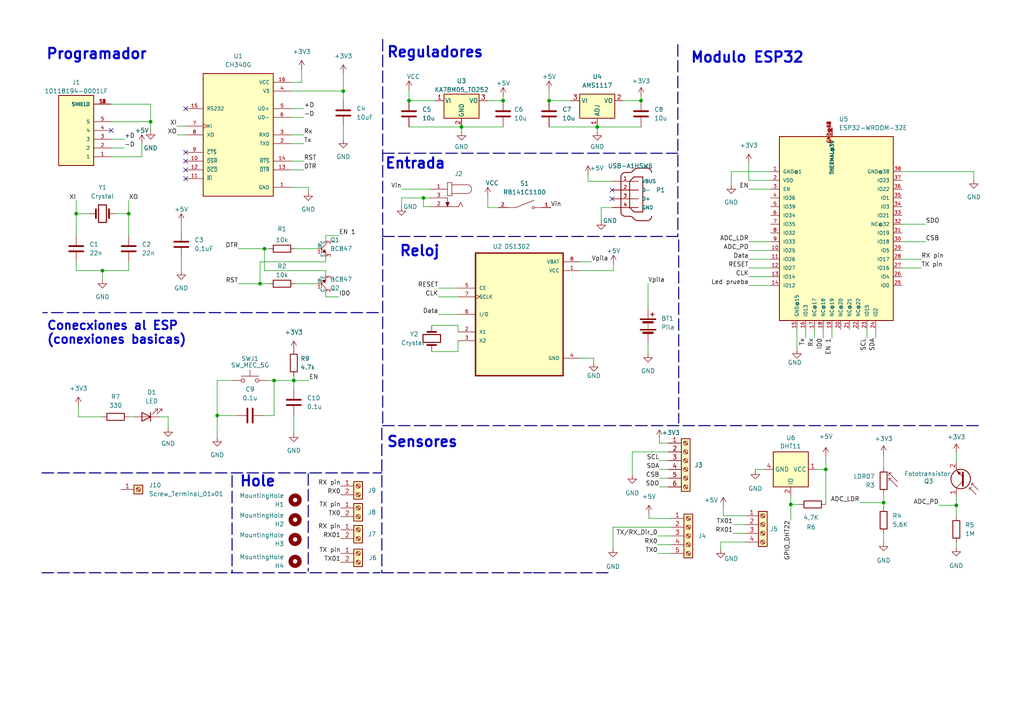
<source format=kicad_sch>
(kicad_sch (version 20230121) (generator eeschema)
  (paper "A4")
  (junction (at 75.438 82.296))
  (junction (at 239.522 136.144))
  (junction (at 43.688 35.306))
  (junction (at 85.217 110.363))
  (junction (at 29.718 78.486))
  (junction (at 173.228 36.83))
  (junction (at 145.923 29.21))
  (junction (at 185.928 29.21))
  (junction (at 133.858 36.83))
  (junction (at 229.362 146.304))
  (junction (at 159.258 29.21))
  (junction (at 76.708 72.136))
  (junction (at 122.809 57.404))
  (junction (at 99.568 26.416))
  (junction (at 22.098 61.976))
  (junction (at 37.338 61.976))
  (junction (at 277.368 146.558))
  (junction (at 62.992 120.523))
  (junction (at 118.618 29.21))
  (junction (at 79.502 110.363))
  (junction (at 256.286 145.796))
  (no_connect (at 53.848 51.816))
  (no_connect (at 53.848 44.196))
  (no_connect (at 53.848 46.736))
  (no_connect (at 53.848 49.276))
  (no_connect (at 177.546 57.658))
  (no_connect (at 177.546 55.118))
  (no_connect (at 53.848 31.496))
  (no_connect (at 32.258 37.846))
  (wire (pts (xy 159.258 36.83) (xy 173.228 36.83)))
  (wire (pts (xy 22.098 61.976) (xy 25.908 61.976)))
  (wire (pts (xy 62.992 110.363) (xy 67.437 110.363)))
  (wire (pts (xy 99.568 21.336) (xy 99.568 26.416)))
  (wire (pts (xy 217.17 82.804) (xy 223.52 82.804)))
  (wire (pts (xy 236.22 98.044) (xy 236.22 95.504)))
  (wire (pts (xy 185.928 27.94) (xy 185.928 29.21)))
  (wire (pts (xy 268.478 70.104) (xy 261.62 70.104)))
  (wire (pts (xy 127.127 86.106) (xy 132.842 86.106)))
  (wire (pts (xy 256.286 145.796) (xy 256.286 147.066)))
  (wire (pts (xy 233.68 98.044) (xy 233.68 95.504)))
  (wire (pts (xy 33.528 61.976) (xy 37.338 61.976)))
  (wire (pts (xy 209.804 146.812) (xy 209.804 149.606)))
  (wire (pts (xy 32.258 30.226) (xy 43.688 30.226)))
  (wire (pts (xy 88.138 49.276) (xy 84.328 49.276)))
  (wire (pts (xy 219.075 136.144) (xy 219.075 136.3726)))
  (wire (pts (xy 170.561 52.578) (xy 177.546 52.578)))
  (wire (pts (xy 145.923 27.94) (xy 145.923 29.21)))
  (wire (pts (xy 191.262 141.224) (xy 193.802 141.224)))
  (wire (pts (xy 75.438 82.296) (xy 77.978 82.296)))
  (wire (pts (xy 94.488 78.486) (xy 94.488 79.756)))
  (wire (pts (xy 88.138 34.036) (xy 84.328 34.036)))
  (wire (pts (xy 187.96 82.169) (xy 187.96 89.154)))
  (wire (pts (xy 173.228 36.83) (xy 173.228 38.1)))
  (wire (pts (xy 116.459 57.404) (xy 122.809 57.404)))
  (wire (pts (xy 190.754 155.448) (xy 194.564 155.448)))
  (wire (pts (xy 22.733 120.904) (xy 29.718 120.904)))
  (wire (pts (xy 261.62 65.024) (xy 268.478 65.024)))
  (bus (pts (xy 89.408 137.414) (xy 89.408 165.608)) (stroke (width 0) (type dash)))
  (wire (pts (xy 85.598 72.136) (xy 91.948 72.136)))
  (wire (pts (xy 36.068 40.386) (xy 32.258 40.386)))
  (wire (pts (xy 212.598 154.686) (xy 216.154 154.686)))
  (wire (pts (xy 99.568 40.386) (xy 99.568 36.576)))
  (wire (pts (xy 85.598 82.296) (xy 91.948 82.296)))
  (wire (pts (xy 173.228 36.83) (xy 185.928 36.83)))
  (bus (pts (xy 110.744 166.116) (xy 154.178 166.116)) (stroke (width 0) (type dash)))
  (wire (pts (xy 94.488 74.676) (xy 94.488 75.946)))
  (wire (pts (xy 212.09 49.784) (xy 223.52 49.784)))
  (bus (pts (xy 12.192 166.116) (xy 110.236 166.116)) (stroke (width 0) (type dash)))
  (bus (pts (xy 196.596 44.958) (xy 196.596 68.58)) (stroke (width 0) (type dash)))
  (wire (pts (xy 212.598 152.146) (xy 216.154 152.146)))
  (wire (pts (xy 62.992 120.523) (xy 68.707 120.523)))
  (wire (pts (xy 88.138 31.496) (xy 84.328 31.496)))
  (wire (pts (xy 116.459 54.864) (xy 124.714 54.864)))
  (wire (pts (xy 87.503 23.876) (xy 87.503 20.066)))
  (wire (pts (xy 118.618 29.21) (xy 126.238 29.21)))
  (wire (pts (xy 180.848 29.21) (xy 185.928 29.21)))
  (wire (pts (xy 251.46 98.044) (xy 251.46 95.504)))
  (wire (pts (xy 76.708 78.486) (xy 76.708 72.136)))
  (wire (pts (xy 133.858 36.83) (xy 133.858 38.1)))
  (wire (pts (xy 84.328 26.416) (xy 99.568 26.416)))
  (wire (pts (xy 217.17 52.324) (xy 223.52 52.324)))
  (wire (pts (xy 217.17 77.724) (xy 223.52 77.724)))
  (wire (pts (xy 209.042 157.226) (xy 216.154 157.226)))
  (wire (pts (xy 171.577 75.946) (xy 168.402 75.946)))
  (wire (pts (xy 229.362 146.304) (xy 229.362 150.876)))
  (bus (pts (xy 110.998 11.43) (xy 110.998 68.58)) (stroke (width 0) (type dash)))
  (wire (pts (xy 132.842 96.266) (xy 132.842 94.361)))
  (wire (pts (xy 85.217 110.363) (xy 85.217 112.903)))
  (wire (pts (xy 22.098 58.166) (xy 22.098 61.976)))
  (wire (pts (xy 183.388 131.064) (xy 193.802 131.064)))
  (wire (pts (xy 217.17 72.644) (xy 223.52 72.644)))
  (wire (pts (xy 261.62 49.784) (xy 282.448 49.784)))
  (wire (pts (xy 132.842 94.361) (xy 125.222 94.361)))
  (wire (pts (xy 241.3 98.044) (xy 241.3 95.504)))
  (wire (pts (xy 75.438 75.946) (xy 75.438 82.296)))
  (wire (pts (xy 52.578 74.676) (xy 52.578 78.486)))
  (wire (pts (xy 236.982 136.144) (xy 239.522 136.144)))
  (wire (pts (xy 188.214 150.368) (xy 194.564 150.368)))
  (wire (pts (xy 141.478 29.21) (xy 145.923 29.21)))
  (wire (pts (xy 94.488 68.326) (xy 98.298 68.326)))
  (wire (pts (xy 127.127 91.186) (xy 132.842 91.186)))
  (wire (pts (xy 159.258 26.035) (xy 159.258 29.21)))
  (wire (pts (xy 94.488 69.596) (xy 94.488 68.326)))
  (wire (pts (xy 118.618 36.83) (xy 133.858 36.83)))
  (wire (pts (xy 239.522 132.334) (xy 239.522 136.144)))
  (wire (pts (xy 88.138 46.736) (xy 84.328 46.736)))
  (bus (pts (xy 12.192 137.16) (xy 110.744 137.16)) (stroke (width 0) (type dash)))
  (wire (pts (xy 191.262 136.144) (xy 193.802 136.144)))
  (wire (pts (xy 43.688 30.226) (xy 43.688 35.306)))
  (wire (pts (xy 256.286 131.826) (xy 256.286 135.636)))
  (wire (pts (xy 191.262 138.684) (xy 193.802 138.684)))
  (wire (pts (xy 212.09 53.594) (xy 212.09 49.784)))
  (wire (pts (xy 272.288 146.558) (xy 277.368 146.558)))
  (wire (pts (xy 239.522 146.304) (xy 239.522 136.144)))
  (wire (pts (xy 48.768 120.904) (xy 48.768 124.079)))
  (wire (pts (xy 22.733 117.729) (xy 22.733 120.904)))
  (wire (pts (xy 69.088 72.136) (xy 76.708 72.136)))
  (wire (pts (xy 174.371 60.198) (xy 174.371 64.008)))
  (wire (pts (xy 46.228 120.904) (xy 48.768 120.904)))
  (wire (pts (xy 256.286 154.686) (xy 256.286 157.226)))
  (wire (pts (xy 22.098 61.976) (xy 22.098 68.326)))
  (bus (pts (xy 110.998 68.58) (xy 196.596 68.58)) (stroke (width 0) (type dash)))
  (wire (pts (xy 190.754 157.988) (xy 194.564 157.988)))
  (wire (pts (xy 116.459 59.944) (xy 116.459 57.404)))
  (wire (pts (xy 84.328 54.356) (xy 89.408 54.356)))
  (bus (pts (xy 110.998 69.088) (xy 110.998 123.444)) (stroke (width 0) (type dash)))
  (wire (pts (xy 37.338 75.946) (xy 37.338 78.486)))
  (wire (pts (xy 249.301 145.796) (xy 256.286 145.796)))
  (wire (pts (xy 32.258 45.466) (xy 41.148 45.466)))
  (wire (pts (xy 22.098 78.486) (xy 29.718 78.486)))
  (bus (pts (xy 196.85 69.596) (xy 196.85 122.682)) (stroke (width 0) (type dash)))
  (wire (pts (xy 217.17 47.244) (xy 217.17 52.324)))
  (wire (pts (xy 51.308 36.576) (xy 53.848 36.576)))
  (wire (pts (xy 36.068 42.926) (xy 32.258 42.926)))
  (wire (pts (xy 88.138 41.656) (xy 84.328 41.656)))
  (wire (pts (xy 37.338 61.976) (xy 37.338 68.326)))
  (wire (pts (xy 231.14 95.504) (xy 231.14 101.346)))
  (wire (pts (xy 32.258 35.306) (xy 43.688 35.306)))
  (wire (pts (xy 238.76 98.044) (xy 238.76 95.504)))
  (wire (pts (xy 187.96 99.314) (xy 187.96 102.489)))
  (wire (pts (xy 94.488 78.486) (xy 76.708 78.486)))
  (wire (pts (xy 277.368 157.353) (xy 277.368 158.75)))
  (wire (pts (xy 267.208 75.184) (xy 261.62 75.184)))
  (wire (pts (xy 76.708 72.136) (xy 77.978 72.136)))
  (wire (pts (xy 177.546 60.198) (xy 174.371 60.198)))
  (wire (pts (xy 217.17 75.184) (xy 223.52 75.184)))
  (wire (pts (xy 62.992 120.523) (xy 62.992 126.873)))
  (wire (pts (xy 99.568 26.416) (xy 99.568 28.956)))
  (bus (pts (xy 110.744 124.206) (xy 110.744 166.116)) (stroke (width 0) (type dash)))
  (wire (pts (xy 190.754 160.528) (xy 194.564 160.528)))
  (wire (pts (xy 85.217 109.093) (xy 85.217 110.363)))
  (bus (pts (xy 154.686 166.116) (xy 177.038 166.116)) (stroke (width 0) (type dash)))
  (wire (pts (xy 277.368 146.558) (xy 277.368 149.733)))
  (wire (pts (xy 118.618 26.035) (xy 118.618 29.21)))
  (wire (pts (xy 88.138 39.116) (xy 84.328 39.116)))
  (bus (pts (xy 110.998 44.45) (xy 196.596 44.45)) (stroke (width 0) (type dash)))
  (wire (pts (xy 177.8 152.908) (xy 194.564 152.908)))
  (wire (pts (xy 188.214 149.098) (xy 188.214 150.368)))
  (wire (pts (xy 62.992 120.523) (xy 62.992 110.363)))
  (wire (pts (xy 52.578 64.516) (xy 52.578 67.056)))
  (wire (pts (xy 177.8 152.908) (xy 177.8 159.004)))
  (bus (pts (xy 196.596 12.954) (xy 196.596 44.45)) (stroke (width 0) (type dash)))
  (wire (pts (xy 209.804 149.606) (xy 216.154 149.606)))
  (wire (pts (xy 79.502 110.363) (xy 79.502 120.523)))
  (wire (pts (xy 76.327 120.523) (xy 79.502 120.523)))
  (wire (pts (xy 84.328 23.876) (xy 87.503 23.876)))
  (wire (pts (xy 122.809 57.404) (xy 124.714 57.404)))
  (wire (pts (xy 256.286 143.256) (xy 256.286 145.796)))
  (wire (pts (xy 183.388 131.064) (xy 183.388 137.668)))
  (wire (pts (xy 43.688 35.306) (xy 43.688 37.846)))
  (wire (pts (xy 37.338 120.904) (xy 38.608 120.904)))
  (wire (pts (xy 170.561 50.673) (xy 170.561 52.578)))
  (wire (pts (xy 217.17 80.264) (xy 223.52 80.264)))
  (wire (pts (xy 159.258 29.21) (xy 165.608 29.21)))
  (wire (pts (xy 168.402 78.486) (xy 177.927 78.486)))
  (wire (pts (xy 282.448 49.784) (xy 282.448 52.07)))
  (bus (pts (xy 67.31 137.922) (xy 67.31 166.116)) (stroke (width 0) (type dash)))
  (wire (pts (xy 229.362 146.304) (xy 229.362 143.764)))
  (wire (pts (xy 267.208 77.724) (xy 261.62 77.724)))
  (wire (pts (xy 277.368 131.318) (xy 277.368 133.858)))
  (wire (pts (xy 133.858 36.83) (xy 145.923 36.83)))
  (wire (pts (xy 277.368 144.018) (xy 277.368 146.558)))
  (wire (pts (xy 191.262 128.524) (xy 191.262 127.254)))
  (wire (pts (xy 254 98.044) (xy 254 95.504)))
  (wire (pts (xy 141.478 60.198) (xy 141.478 56.896)))
  (wire (pts (xy 69.088 82.296) (xy 75.438 82.296)))
  (wire (pts (xy 79.502 110.363) (xy 85.217 110.363)))
  (wire (pts (xy 94.488 75.946) (xy 75.438 75.946)))
  (wire (pts (xy 41.148 45.466) (xy 41.148 41.656)))
  (wire (pts (xy 177.927 78.486) (xy 177.927 76.581)))
  (wire (pts (xy 193.802 128.524) (xy 191.262 128.524)))
  (wire (pts (xy 85.217 120.523) (xy 85.217 125.603)))
  (wire (pts (xy 132.842 98.806) (xy 132.842 101.981)))
  (bus (pts (xy 110.998 123.444) (xy 154.178 123.444)) (stroke (width 0) (type dash)))
  (wire (pts (xy 37.338 61.976) (xy 37.338 58.166)))
  (wire (pts (xy 229.362 146.304) (xy 231.902 146.304)))
  (wire (pts (xy 191.262 133.604) (xy 193.802 133.604)))
  (wire (pts (xy 89.408 54.356) (xy 89.408 55.626)))
  (wire (pts (xy 98.298 86.106) (xy 94.488 86.106)))
  (wire (pts (xy 51.308 39.116) (xy 53.848 39.116)))
  (wire (pts (xy 127.127 83.566) (xy 132.842 83.566)))
  (wire (pts (xy 132.842 101.981) (xy 125.222 101.981)))
  (bus (pts (xy 283.718 123.444) (xy 154.432 123.444)) (stroke (width 0) (type dash)))
  (wire (pts (xy 172.212 103.886) (xy 172.212 105.156)))
  (wire (pts (xy 22.098 75.946) (xy 22.098 78.486)))
  (wire (pts (xy 217.17 70.104) (xy 223.52 70.104)))
  (wire (pts (xy 85.217 110.363) (xy 89.662 110.363)))
  (wire (pts (xy 124.714 59.944) (xy 122.809 59.944)))
  (wire (pts (xy 122.809 59.944) (xy 122.809 57.404)))
  (wire (pts (xy 144.526 60.198) (xy 141.478 60.198)))
  (wire (pts (xy 77.597 110.363) (xy 79.502 110.363)))
  (wire (pts (xy 209.042 159.258) (xy 209.042 157.226)))
  (wire (pts (xy 217.17 54.864) (xy 223.52 54.864)))
  (wire (pts (xy 168.402 103.886) (xy 172.212 103.886)))
  (bus (pts (xy 109.728 90.678) (xy 12.446 90.678)) (stroke (width 0) (type dash)))
  (wire (pts (xy 219.075 136.144) (xy 221.742 136.144)))
  (wire (pts (xy 29.718 78.486) (xy 29.718 81.026)))
  (wire (pts (xy 37.338 78.486) (xy 29.718 78.486)))
  (wire (pts (xy 94.488 86.106) (xy 94.488 84.836)))
  (text "Conecxiones al ESP \n(conexiones basicas)" (at 13.462 100.076 0) (effects (font (size 2.5 2.5) bold) (justify left bottom)))
  (text "Reloj" (at 115.697 74.676 0) (effects (font (size 3 3) (thickness 0.6) bold) (justify left bottom)))
  (text "Reguladores" (at 112.014 17.018 0) (effects (font (size 3 3) (thickness 0.6) bold) (justify left bottom)))
  (text "Sensores" (at 112.014 130.048 0) (effects (font (size 3 3) (thickness 0.6) bold) (justify left bottom)))
  (text "Hole\n" (at 69.342 141.478 0) (effects (font (size 3 3) (thickness 0.6) bold) (justify left bottom)))
  (text "Modulo ESP32" (at 200.152 18.542 0) (effects (font (size 3 3) bold) (justify left bottom)))
  (text "Programador " (at 13.208 17.526 0) (effects (font (size 3 3) (thickness 0.6) bold) (justify left bottom)))
  (text "Entrada" (at 111.506 49.276 0) (effects (font (size 3 3) (thickness 0.6) bold) (justify left bottom)))
  (label "ADC_LDR" (at 249.301 145.796 180))
  (label "EN" (at 89.662 110.363 0))
  (label "+D" (at 36.068 40.386 0))
  (label "CSB" (at 191.262 138.684 180))
  (label "EN" (at 217.17 54.864 180))
  (label "Tx" (at 233.68 98.044 270))
  (label "EN 1" (at 241.3 98.044 270))
  (label "EN 1" (at 98.298 68.326 0))
  (label "DTR" (at 88.138 49.276 0))
  (label "SDA" (at 254 98.044 270))
  (label "RX pin" (at 98.806 140.97 180))
  (label "XI" (at 22.098 58.166 180))
  (label "Data" (at 127.127 91.186 180))
  (label "Tx" (at 88.138 41.656 0))
  (label "CLK" (at 127.127 86.106 180))
  (label "RESET" (at 127.127 83.566 180))
  (label "DTR" (at 69.088 72.136 180))
  (label "RESET" (at 217.17 77.724 180))
  (label "+D" (at 88.138 31.496 0))
  (label "-D" (at 88.138 34.036 0))
  (label "Rx" (at 88.138 39.116 0))
  (label "SCL" (at 191.262 133.604 180))
  (label "CLK" (at 217.17 80.264 180))
  (label "ADC_PD" (at 272.288 146.558 180))
  (label "SCL" (at 251.46 98.044 270))
  (label "TX0" (at 190.754 160.528 180))
  (label "TX01" (at 98.806 163.068 180))
  (label "RX01" (at 98.806 156.21 180))
  (label "RX0" (at 190.754 157.988 180))
  (label "SDO" (at 191.262 141.224 180))
  (label "RST" (at 69.088 82.296 180))
  (label "GPIO_DHT22" (at 229.362 150.876 270))
  (label "RX01" (at 212.598 154.686 180))
  (label "TX{slash}RX_Dir_0" (at 190.754 155.448 180))
  (label "RX pin" (at 267.208 75.184 0))
  (label "ADC_PD" (at 217.17 72.644 180))
  (label "RX0" (at 98.806 143.51 180))
  (label "TX pin" (at 98.806 160.528 180))
  (label "XO" (at 37.338 58.166 0))
  (label "Vpila" (at 171.577 75.946 0))
  (label "ID0" (at 98.298 86.106 0))
  (label "Vin" (at 116.459 54.864 180))
  (label "Data" (at 217.17 75.184 180))
  (label "TX0" (at 98.806 149.86 180))
  (label "Vin" (at 159.766 60.198 0))
  (label "TX pin" (at 267.208 77.724 0))
  (label "ID0" (at 238.76 98.044 270))
  (label "TX pin" (at 98.806 147.32 180))
  (label "ADC_LDR" (at 217.17 70.104 180))
  (label "CSB" (at 268.478 70.104 0))
  (label "SDO" (at 268.478 65.024 0))
  (label "Rx" (at 236.22 98.044 270))
  (label "XO" (at 51.308 39.116 180))
  (label "Led prueba" (at 217.17 82.804 180))
  (label "TX01" (at 212.598 152.146 180))
  (label "XI" (at 51.308 36.576 180))
  (label "SDA" (at 191.262 136.144 180))
  (label "RX pin" (at 98.806 153.67 180))
  (label "Vpila" (at 187.96 82.169 0))
  (label "-D" (at 36.068 42.926 0))
  (label "RST" (at 88.138 46.736 0))
  (symbol (lib_id "Device:C") (at 22.098 72.136 0) (unit 1)
    (property "Reference" "C1" (at 25.908 70.866 0) (effects (justify left)))
    (property "Value" "22n" (at 25.908 73.406 0) (effects (justify left)))
    (property "Footprint" "Capacitor_SMD:C_1206_3216Metric" (effects hide))
  )
  (symbol (lib_id "Connector:Screw_Terminal_01x02") (at 103.886 147.32 0) (unit 1)
    (property "Reference" "J8" (at 106.68 148.59 0) (effects (justify left)))
    (property "Value" "Screw_Terminal_01x02" (effects hide))
    (property "Footprint" "Connector_PinSocket_2.54mm:PinSocket_1x02_P2.54mm_Vertical" (effects hide))
  )
  (symbol (lib_id "Device:R") (at 277.368 153.543 0) (unit 1)
    (property "Reference" "R5" (at 279.908 152.273 0) (effects (justify left)))
    (property "Value" "1M" (at 279.908 154.813 0) (effects (justify left)))
    (property "Footprint" "Resistor_SMD:R_1210_3225Metric" (effects hide))
  )
  (symbol (lib_id "Device:C") (at 159.258 33.02 0) (unit 1)
    (property "Reference" "C7" (at 163.068 31.75 0) (effects (justify left)))
    (property "Value" "10u" (at 163.068 34.29 0) (effects (justify left)))
    (property "Footprint" "Capacitor_SMD:C_1206_3216Metric" (effects hide))
  )
  (symbol (lib_id "Device:R") (at 81.788 82.296 270) (unit 1)
    (property "Reference" "R2" (at 81.788 77.216 90))
    (property "Value" "10k" (at 81.788 79.756 90))
    (property "Footprint" "Resistor_SMD:R_1210_3225Metric" (effects hide))
  )
  (symbol (lib_id "Connector:Screw_Terminal_01x02") (at 103.886 140.97 0) (unit 1)
    (property "Reference" "J9" (at 106.68 142.24 0) (effects (justify left)))
    (property "Value" "Screw_Terminal_01x02" (effects hide))
    (property "Footprint" "Connector_PinSocket_2.54mm:PinSocket_1x02_P2.54mm_Vertical" (effects hide))
  )
  (symbol (lib_id "power:GND") (at 231.14 101.346 0) (unit 1)
    (property "Reference" "#PWR025" (effects hide))
    (property "Value" "GND" (at 230.505 105.156 0))
  )
  (symbol (lib_id "Sensor_Optical:TEPT4400") (at 279.908 138.938 180) (unit 1)
    (property "Reference" "Q3" (at 267.97 139.573 0) (effects (justify right)))
    (property "Value" "Fototransistor" (at 262.255 137.414 0) (effects (justify right)))
    (property "Footprint" "Connector_PinHeader_2.54mm:PinHeader_1x02_P2.54mm_Vertical" (effects hide))
    (property "Datasheet" "https://www.vishay.com/docs/81341/tept4400.pdf" (effects hide))
  )
  (symbol (lib_id "Device:C") (at 72.517 120.523 90) (unit 1)
    (property "Reference" "C9" (at 72.517 112.903 90))
    (property "Value" "0.1u" (at 72.517 115.443 90))
    (property "Footprint" "Capacitor_SMD:C_1206_3216Metric" (effects hide))
  )
  (symbol (lib_id "power:GND") (at 133.858 38.1 0) (unit 1)
    (property "Reference" "#PWR014" (effects hide))
    (property "Value" "GND" (at 133.858 42.545 0))
  )
  (symbol (lib_id "power:+5V") (at 239.522 132.334 0) (unit 1)
    (property "Reference" "#PWR036" (effects hide))
    (property "Value" "+5V" (at 239.522 126.619 0))
  )
  (symbol (lib_id "power:VCC") (at 141.478 56.896 0) (unit 1)
    (property "Reference" "#PWR020" (effects hide))
    (property "Value" "VCC" (at 142.748 53.086 0))
  )
  (symbol (lib_id "power:GND") (at 89.408 55.626 0) (unit 1)
    (property "Reference" "#PWR07" (effects hide))
    (property "Value" "GND" (at 89.408 60.706 0))
  )
  (symbol (lib_id "Connector:Screw_Terminal_01x04") (at 221.234 152.146 0) (unit 1)
    (property "Reference" "J5" (at 223.266 153.416 0) (effects (justify left)))
    (property "Value" "Screw_Terminal_01x04" (effects hide))
    (property "Footprint" "Connector_PinHeader_2.54mm:PinHeader_1x04_P2.54mm_Vertical" (effects hide))
  )
  (symbol (lib_id "power:GND") (at 219.075 136.3726 0) (unit 1)
    (property "Reference" "#PWR027" (effects hide))
    (property "Value" "GND" (at 219.075 141.7066 0))
  )
  (symbol (lib_id "power:GND") (at 282.448 52.07 0) (unit 1)
    (property "Reference" "#PWR026" (effects hide))
    (property "Value" "GND" (at 282.448 57.15 0))
  )
  (symbol (lib_id "Device:R") (at 85.217 105.283 180) (unit 1)
    (property "Reference" "R9" (at 87.122 104.013 0) (effects (justify right)))
    (property "Value" "4.7k" (at 87.122 106.553 0) (effects (justify right)))
    (property "Footprint" "Resistor_SMD:R_1210_3225Metric" (effects hide))
  )
  (symbol (lib_id "power:GND") (at 173.228 38.1 0) (unit 1)
    (property "Reference" "#PWR017" (effects hide))
    (property "Value" "GND" (at 173.228 42.545 0))
  )
  (symbol (lib_id "power:GND") (at 52.578 78.486 0) (unit 1)
    (property "Reference" "#PWR05" (effects hide))
    (property "Value" "GND" (at 52.578 83.566 0))
  )
  (symbol (lib_id "Device:R") (at 235.712 146.304 90) (unit 1)
    (property "Reference" "R6" (at 236.601 152.908 90) (effects (justify left)))
    (property "Value" "4,7K" (at 237.49 150.114 90) (effects (justify left)))
    (property "Footprint" "Resistor_SMD:R_1210_3225Metric" (effects hide))
  )
  (symbol (lib_id "power:+3V3") (at 85.217 101.473 0) (unit 1)
    (property "Reference" "#PWR041" (effects hide))
    (property "Value" "+3V3" (at 85.217 96.393 0))
  )
  (symbol (lib_id "Device:R") (at 256.286 150.876 0) (unit 1)
    (property "Reference" "R4" (at 258.826 149.6059 0) (effects (justify left)))
    (property "Value" "5,6K" (at 258.826 152.1459 0) (effects (justify left)))
    (property "Footprint" "Resistor_SMD:R_1210_3225Metric" (effects hide))
  )
  (symbol (lib_id "EESTN5:BC847") (at 93.218 82.296 0) (mirror x) (unit 1)
    (property "Reference" "Q2" (at 95.758 83.566 0) (effects (justify left)))
    (property "Value" "BC847" (at 95.758 81.026 0) (effects (justify left)))
    (property "Footprint" "Package_TO_SOT_SMD:SOT-23-3" (effects hide))
    (property "Datasheet" "http://cache.nxp.com/documents/data_sheet/BC846_SER.pdf?pspll=1" (effects hide))
  )
  (symbol (lib_id "Connector:Screw_Terminal_01x01") (at 40.132 141.986 0) (unit 1)
    (property "Reference" "J10" (at 43.18 140.716 0) (effects (justify left)))
    (property "Value" "Screw_Terminal_01x01" (at 43.18 143.256 0) (effects (justify left)))
    (property "Footprint" "Connector_PinHeader_2.54mm:PinHeader_1x01_P2.54mm_Vertical" (effects hide))
  )
  (symbol (lib_id "Device:C") (at 99.568 32.766 0) (unit 1)
    (property "Reference" "C4" (at 103.378 31.496 0) (effects (justify left)))
    (property "Value" "10uF" (at 103.378 34.036 0) (effects (justify left)))
    (property "Footprint" "Capacitor_SMD:C_1206_3216Metric" (effects hide))
  )
  (symbol (lib_name "GND_1") (lib_id "power:GND") (at 116.459 59.944 0) (unit 1)
    (property "Reference" "#PWR019" (effects hide))
    (property "Value" "GND" (at 118.999 59.944 0))
  )
  (symbol (lib_id "power:GND") (at 177.8 159.004 0) (unit 1)
    (property "Reference" "#PWR033" (effects hide))
    (property "Value" "GND" (at 177.8 164.338 0))
  )
  (symbol (lib_id "Device:Battery") (at 187.96 94.234 0) (unit 1)
    (property "Reference" "BT1" (at 191.77 92.3925 0) (effects (justify left)))
    (property "Value" "Pila" (at 191.77 94.9325 0) (effects (justify left)))
    (property "Footprint" "Battery:BatteryHolder_Keystone_105_1x2430" (effects hide))
  )
  (symbol (lib_id "DS1302:DS1302") (at 150.622 91.186 0) (unit 1)
    (property "Reference" "U2" (at 144.272 71.501 0))
    (property "Value" "DS1302" (at 149.987 71.501 0))
    (property "Footprint" "ds1302:DIP794W47P254L991H457Q8" (effects hide))
    (property "MF" "Analog Devices" (effects hide))
    (property "Description" "\nReloj de tiempo real (RTC) Reloj/calendario IC 31B Serie de 3 cables 8-SOIC (0,154, 3,90 mm de ancho)\n" (effects hide))
    (property "Package" "DIP-8 Maxim Integrated" (effects hide))
    (property "Price" "None" (effects hide))
    (property "SnapEDA_Link" "https://www.snapeda.com/parts/DS1302/Analog+Devices/view-part/?ref=snap" (effects hide))
    (property "MP" "DS1302" (effects hide))
    (property "Purchase-URL" "https://www.snapeda.com/api/url_track_click_mouser/?unipart_id=999744&manufacturer=Analog Devices&part_name=DS1302&search_term=ds1302" (effects hide))
    (property "Availability" "In Stock" (effects hide))
    (property "Check_prices" "https://www.snapeda.com/parts/DS1302/Analog+Devices/view-part/?ref=eda" (effects hide))
  )
  (symbol (lib_id "Device:C") (at 118.618 33.02 0) (unit 1)
    (property "Reference" "C5" (at 122.428 31.75 0) (effects (justify left)))
    (property "Value" "10u" (at 122.428 34.29 0) (effects (justify left)))
    (property "Footprint" "Capacitor_SMD:C_1206_3216Metric" (effects hide))
  )
  (symbol (lib_id "power:GND") (at 212.09 53.594 0) (unit 1)
    (property "Reference" "#PWR023" (effects hide))
    (property "Value" "GND" (at 212.09 58.674 0))
  )
  (symbol (lib_id "Mechanical:MountingHole") (at 85.598 162.814 180) (unit 1)
    (property "Reference" "H4" (at 82.423 164.084 0) (effects (justify left)))
    (property "Value" "MountingHole" (at 82.423 161.544 0) (effects (justify left)))
    (property "Footprint" "MountingHole:MountingHole_3.2mm_M3" (effects hide))
  )
  (symbol (lib_id "Device:C") (at 37.338 72.136 0) (unit 1)
    (property "Reference" "C2" (at 41.148 70.866 0) (effects (justify left)))
    (property "Value" "22n" (at 41.148 73.406 0) (effects (justify left)))
    (property "Footprint" "Capacitor_SMD:C_1206_3216Metric" (effects hide))
  )
  (symbol (lib_id "power:+5V") (at 41.148 41.656 0) (unit 1)
    (property "Reference" "#PWR02" (effects hide))
    (property "Value" "+5V" (at 41.148 37.846 0))
  )
  (symbol (lib_id "power:GND") (at 43.688 37.846 0) (unit 1)
    (property "Reference" "#PWR03" (effects hide))
    (property "Value" "GND" (at 43.688 42.926 0))
  )
  (symbol (lib_id "power:+5V") (at 170.561 50.673 0) (unit 1)
    (property "Reference" "#PWR021" (effects hide))
    (property "Value" "+5V" (at 173.101 48.768 0))
  )
  (symbol (lib_id "power:+3.3V") (at 191.262 127.254 0) (unit 1)
    (property "Reference" "#PWR029" (effects hide))
    (property "Value" "+3.3V" (at 194.564 125.476 0))
  )
  (symbol (lib_id "Connector:Screw_Terminal_01x02") (at 103.886 153.67 0) (unit 1)
    (property "Reference" "J7" (at 106.68 154.94 0) (effects (justify left)))
    (property "Value" "Screw_Terminal_01x02" (effects hide))
    (property "Footprint" "Connector_PinSocket_2.54mm:PinSocket_1x02_P2.54mm_Vertical" (effects hide))
  )
  (symbol (lib_name "GND_1") (lib_id "power:GND") (at 187.96 102.489 0) (unit 1)
    (property "Reference" "#PWR012" (effects hide))
    (property "Value" "GND" (at 187.96 107.569 0))
  )
  (symbol (lib_id "power:+3V3") (at 22.733 117.729 0) (unit 1)
    (property "Reference" "#PWR037" (effects hide))
    (property "Value" "+3V3" (at 22.733 112.649 0))
  )
  (symbol (lib_id "Regulator_Linear:AMS1117") (at 173.228 29.21 0) (unit 1)
    (property "Reference" "U4" (at 173.228 22.225 0))
    (property "Value" "AMS1117" (at 173.228 24.765 0))
    (property "Footprint" "Package_TO_SOT_SMD:SOT-223-3_TabPin2" (effects hide))
    (property "Datasheet" "http://www.advanced-monolithic.com/pdf/ds1117.pdf" (effects hide))
  )
  (symbol (lib_id "EESTN5:BC847") (at 93.218 72.136 0) (unit 1)
    (property "Reference" "Q1" (at 95.758 69.596 0) (effects (justify left)))
    (property "Value" "BC847" (at 95.758 72.136 0) (effects (justify left)))
    (property "Footprint" "Package_TO_SOT_SMD:SOT-23-3" (effects hide))
    (property "Datasheet" "http://cache.nxp.com/documents/data_sheet/BC846_SER.pdf?pspll=1" (effects hide))
  )
  (symbol (lib_id "power:GND") (at 29.718 81.026 0) (unit 1)
    (property "Reference" "#PWR01" (effects hide))
    (property "Value" "GND" (at 29.718 86.106 0))
  )
  (symbol (lib_id "Device:Crystal") (at 125.222 98.171 90) (unit 1)
    (property "Reference" "Y2" (at 118.872 96.901 90) (effects (justify right)))
    (property "Value" "Crystal" (at 116.332 99.441 90) (effects (justify right)))
    (property "Footprint" "Crystal:Crystal_C38-LF_D3.0mm_L8.0mm_Vertical" (effects hide))
  )
  (symbol (lib_id "Device:C") (at 145.923 33.02 0) (unit 1)
    (property "Reference" "C6" (at 149.098 31.75 0) (effects (justify left)))
    (property "Value" "10u" (at 149.098 34.29 0) (effects (justify left)))
    (property "Footprint" "Capacitor_SMD:C_1206_3216Metric" (effects hide))
  )
  (symbol (lib_id "power:GND") (at 48.768 124.079 0) (unit 1)
    (property "Reference" "#PWR038" (effects hide))
    (property "Value" "GND" (at 48.768 128.651 0))
  )
  (symbol (lib_id "power:+3V3") (at 217.17 47.244 0) (unit 1)
    (property "Reference" "#PWR024" (effects hide))
    (property "Value" "+3V3" (at 217.17 42.164 0))
  )
  (symbol (lib_id "power:+5V") (at 159.258 26.035 0) (unit 1)
    (property "Reference" "#PWR016" (effects hide))
    (property "Value" "+5V" (at 159.258 22.225 0))
  )
  (symbol (lib_id "Mechanical:MountingHole") (at 85.598 145.034 180) (unit 1)
    (property "Reference" "H1" (at 82.423 146.304 0) (effects (justify left)))
    (property "Value" "MountingHole" (at 82.423 143.764 0) (effects (justify left)))
    (property "Footprint" "MountingHole:MountingHole_3.2mm_M3" (effects hide))
  )
  (symbol (lib_id "power:GND") (at 256.286 157.226 0) (unit 1)
    (property "Reference" "#PWR031" (effects hide))
    (property "Value" "GND" (at 256.286 162.56 0))
  )
  (symbol (lib_id "power:GND") (at 209.042 159.258 0) (unit 1)
    (property "Reference" "#PWR043" (effects hide))
    (property "Value" "GND" (at 212.09 162.052 0))
  )
  (symbol (lib_id "RB141C1100:RB141C1100") (at 152.146 60.198 0) (unit 1)
    (property "Reference" "S1" (at 152.146 53.213 0))
    (property "Value" "RB141C1100" (at 152.146 55.753 0))
    (property "Footprint" "Connector_Samtec_HPM_THT:Samtec_HPM-03-05-x-S_Straight_1x03_Pitch5.08mm" (effects hide))
    (property "MF" "e-switch inc" (effects hide))
    (property "MAXIMUM_PACKAGE_HEIGHT" "25.9mm" (effects hide))
    (property "Package" "None" (effects hide))
    (property "Price" "None" (effects hide))
    (property "Check_prices" "https://www.snapeda.com/parts/RB141C1100/ITC/view-part/?ref=eda" (effects hide))
    (property "STANDARD" "Manufacturer Recommendations" (effects hide))
    (property "PARTREV" "C" (effects hide))
    (property "SnapEDA_Link" "https://www.snapeda.com/parts/RB141C1100/ITC/view-part/?ref=snap" (effects hide))
    (property "MP" "RB141C1100" (effects hide))
    (property "Purchase-URL" "https://www.snapeda.com/api/url_track_click_mouser/?unipart_id=7533362&manufacturer=e-switch inc&part_name=RB141C1100&search_term=switch" (effects hide))
    (property "Description" "\nInterruptores basculantes 15A 125VAC, OFF-ON, Black Rocker, No Markings\n" (effects hide))
    (property "Availability" "In Stock" (effects hide))
    (property "MANUFACTURER" "E-SWITCH" (effects hide))
  )
  (symbol (lib_name "GND_1") (lib_id "power:GND") (at 174.371 64.008 0) (unit 1)
    (property "Reference" "#PWR022" (effects hide))
    (property "Value" "GND" (at 176.911 64.008 0))
  )
  (symbol (lib_id "Device:C") (at 52.578 70.866 0) (unit 1)
    (property "Reference" "C3" (at 56.388 69.596 0) (effects (justify left)))
    (property "Value" "0,1uF" (at 56.388 72.136 0) (effects (justify left)))
    (property "Footprint" "Capacitor_SMD:C_1206_3216Metric" (effects hide))
  )
  (symbol (lib_id "Device:R") (at 81.788 72.136 270) (unit 1)
    (property "Reference" "R1" (at 81.788 66.421 90))
    (property "Value" "10k" (at 81.788 69.596 90))
    (property "Footprint" "Resistor_SMD:R_1210_3225Metric" (effects hide))
  )
  (symbol (lib_id "Connector:Screw_Terminal_01x05") (at 199.644 155.448 0) (unit 1)
    (property "Reference" "J4" (at 202.438 155.448 0) (effects (justify left)))
    (property "Value" "Screw_Terminal_01x05" (effects hide))
    (property "Footprint" "Connector_PinHeader_2.54mm:PinHeader_1x05_P2.54mm_Vertical" (effects hide))
  )
  (symbol (lib_id "power:+5V") (at 145.923 27.94 0) (unit 1)
    (property "Reference" "#PWR015" (effects hide))
    (property "Value" "+5V" (at 145.923 24.13 0))
  )
  (symbol (lib_id "power:+3.3V") (at 256.286 131.826 0) (unit 1)
    (property "Reference" "#PWR030" (effects hide))
    (property "Value" "+3.3V" (at 256.286 127.254 0))
  )
  (symbol (lib_id "usb:USB-A1HSW6") (at 182.626 57.658 0) (unit 1)
    (property "Reference" "P1" (at 190.246 55.118 0) (effects (justify left)))
    (property "Value" "USB-A1HSW6" (at 176.276 48.133 0) (effects (justify left)))
    (property "Footprint" "usb:OST_USB-A1HSW6" (effects hide))
    (property "MF" "On Shore" (effects hide))
    (property "Description" "\nUSB-A (USB TYPE-A): conector receptáculo, orificio pasante de 4 posiciones, ángulo recto\n" (effects hide))
    (property "Package" "None" (effects hide))
    (property "Price" "None" (effects hide))
    (property "Check_prices" "https://www.snapeda.com/parts/USB-A1HSW6/On+Shore+Technology+Inc./view-part/?ref=eda" (effects hide))
    (property "SnapEDA_Link" "https://www.snapeda.com/parts/USB-A1HSW6/On+Shore+Technology+Inc./view-part/?ref=snap" (effects hide))
    (property "MP" "USB-A1HSW6" (effects hide))
    (property "Purchase-URL" "https://www.snapeda.com/api/url_track_click_mouser/?unipart_id=13110&manufacturer=On Shore&part_name=USB-A1HSW6&search_term=usb" (effects hide))
    (property "Availability" "In Stock" (effects hide))
    (property "MANUFACTURER" "On-Shore Technology, Inc." (effects hide))
  )
  (symbol (lib_id "power:GND") (at 99.568 40.386 0) (unit 1)
    (property "Reference" "#PWR09" (effects hide))
    (property "Value" "GND" (at 99.568 45.466 0))
  )
  (symbol (lib_id "Device:C") (at 185.928 33.02 0) (unit 1)
    (property "Reference" "C8" (at 189.738 31.75 0) (effects (justify left)))
    (property "Value" "10u" (at 189.738 34.29 0) (effects (justify left)))
    (property "Footprint" "Capacitor_SMD:C_1206_3216Metric" (effects hide))
  )
  (symbol (lib_id "Sensor:DHT11") (at 229.362 136.144 270) (unit 1)
    (property "Reference" "U6" (at 230.759 127 90) (effects (justify right)))
    (property "Value" "DHT11" (at 232.41 129.413 90) (effects (justify right)))
    (property "Footprint" "Sensor:Aosong_DHT11_5.5x12.0_P2.54mm" (effects hide))
    (property "Datasheet" "http://akizukidenshi.com/download/ds/aosong/DHT11.pdf" (effects hide))
  )
  (symbol (lib_id "Device:R") (at 33.528 120.904 90) (unit 1)
    (property "Reference" "R7" (at 33.528 115.062 90))
    (property "Value" "330" (at 33.528 117.602 90))
    (property "Footprint" "Resistor_SMD:R_1210_3225Metric" (effects hide))
  )
  (symbol (lib_id "Connector:Screw_Terminal_01x06") (at 198.882 133.604 0) (unit 1)
    (property "Reference" "J3" (at 201.422 134.874 0) (effects (justify left)))
    (property "Value" "bmp280" (effects hide))
    (property "Footprint" "Connector_PinHeader_2.54mm:PinHeader_1x06_P2.54mm_Vertical" (effects hide))
  )
  (symbol (lib_id "Connector:Screw_Terminal_01x02") (at 103.886 160.528 0) (unit 1)
    (property "Reference" "J6" (at 106.934 161.798 0) (effects (justify left)))
    (property "Value" "Screw_Terminal_01x02" (effects hide))
    (property "Footprint" "Connector_PinSocket_2.54mm:PinSocket_1x02_P2.54mm_Vertical" (effects hide))
  )
  (symbol (lib_id "Device:Crystal") (at 29.718 61.976 0) (unit 1)
    (property "Reference" "Y1" (at 29.718 54.356 0))
    (property "Value" "Crystal" (at 29.718 56.896 0))
    (property "Footprint" "Crystal:Crystal_HC49-4H_Vertical" (effects hide))
  )
  (symbol (lib_id "Sensor_Optical:LDR07") (at 256.286 139.446 180) (unit 1)
    (property "Reference" "R3" (at 253.746 140.7161 0) (effects (justify left)))
    (property "Value" "LDR07" (at 253.746 138.1761 0) (effects (justify left)))
    (property "Footprint" "Connector_PinHeader_2.54mm:PinHeader_1x02_P2.54mm_Vertical" (effects hide))
    (property "Datasheet" "http://www.tme.eu/de/Document/f2e3ad76a925811312d226c31da4cd7e/LDR07.pdf" (effects hide))
  )
  (symbol (lib_id "Mechanical:MountingHole") (at 85.598 150.749 180) (unit 1)
    (property "Reference" "H2" (at 82.423 152.019 0) (effects (justify left)))
    (property "Value" "MountingHole" (at 82.423 149.479 0) (effects (justify left)))
    (property "Footprint" "MountingHole:MountingHole_3.2mm_M3" (effects hide))
  )
  (symbol (lib_id "power:GND") (at 183.388 137.668 0) (unit 1)
    (property "Reference" "#PWR028" (effects hide))
    (property "Value" "GND" (at 183.388 143.002 0))
  )
  (symbol (lib_id "power:VCC") (at 118.618 26.035 0) (unit 1)
    (property "Reference" "#PWR013" (effects hide))
    (property "Value" "VCC" (at 119.888 22.225 0))
  )
  (symbol (lib_id "power:+3V3") (at 185.928 27.94 0) (unit 1)
    (property "Reference" "#PWR018" (effects hide))
    (property "Value" "+3V3" (at 185.928 23.495 0))
  )
  (symbol (lib_id "Mechanical:MountingHole") (at 85.598 156.464 180) (unit 1)
    (property "Reference" "H3" (at 82.423 157.734 0) (effects (justify left)))
    (property "Value" "MountingHole" (at 82.423 155.194 0) (effects (justify left)))
    (property "Footprint" "MountingHole:MountingHole_3.2mm_M3" (effects hide))
  )
  (symbol (lib_id "DCJ200-10-A-XX-K_REVA:DCJ200-10-A-XX-K_REVA") (at 129.794 57.404 0) (mirror y) (unit 1)
    (property "Reference" "J2" (at 133.0298 50.419 0))
    (property "Value" "DCJ200-10-A-XX-K_REVA" (effects hide))
    (property "Footprint" "jack:GCT_DCJ200-10-A-XX-K_REVA" (effects hide))
    (property "MF" "Global Connector Technology" (effects hide))
    (property "MAXIMUM_PACKAGE_HEIGHT" "11 mm" (effects hide))
    (property "Package" "None" (effects hide))
    (property "Price" "None" (effects hide))
    (property "Check_prices" "https://www.snapeda.com/parts/DCJ200-10-A-K1-K/Global+Connector+Technology/view-part/?ref=eda" (effects hide))
    (property "STANDARD" "Manufacturer Recommendations" (effects hide))
    (property "PARTREV" "A" (effects hide))
    (property "SnapEDA_Link" "https://www.snapeda.com/parts/DCJ200-10-A-K1-K/Global+Connector+Technology/view-part/?ref=snap" (effects hide))
    (property "MP" "DCJ200-10-A-K1-K" (effects hide))
    (property "Description" "\nConector cilíndrico de alimentación Jack de 2,05 mm de diámetro interior (0,081), 5,50 mm de diámetro exterior (0,217), orificio pasante, ángulo recto\n" (effects hide))
    (property "MANUFACTURER" "Global Connector Technology" (effects hide))
    (property "Availability" "In Stock" (effects hide))
    (property "SNAPEDA_PN" "DCJ200-10-A-K1-K" (effects hide))
  )
  (symbol (lib_name "SW_MEC_5G_2") (lib_id "Switch:SW_MEC_5G") (at 72.517 110.363 0) (unit 1)
    (property "Reference" "SWJ1" (at 72.517 104.013 0))
    (property "Value" "SW_MEC_5G" (at 72.517 105.918 0))
    (property "Footprint" "Button_Switch_THT:SW_SPST_Omron_B3F-315x_Angled" (effects hide))
    (property "Datasheet" "http://www.apem.com/int/index.php?controller=attachment&id_attachment=488" (effects hide))
  )
  (symbol (lib_name "GND_1") (lib_id "power:GND") (at 62.992 126.873 0) (unit 1)
    (property "Reference" "#PWR040" (effects hide))
    (property "Value" "GND" (at 62.992 131.953 0))
  )
  (symbol (lib_id "Device:LED") (at 42.418 120.904 180) (unit 1)
    (property "Reference" "D1" (at 44.0055 113.792 0))
    (property "Value" "LED" (at 44.0055 116.332 0))
    (property "Footprint" "LED_SMD:LED_1206_3216Metric" (effects hide))
  )
  (symbol (lib_name "GND_1") (lib_id "power:GND") (at 172.212 105.156 0) (unit 1)
    (property "Reference" "#PWR010" (effects hide))
    (property "Value" "GND" (at 172.212 108.966 0))
  )
  (symbol (lib_id "Device:C") (at 85.217 116.713 180) (unit 1)
    (property "Reference" "C10" (at 89.027 115.443 0) (effects (justify right)))
    (property "Value" "0.1u" (at 89.027 117.983 0) (effects (justify right)))
    (property "Footprint" "Capacitor_SMD:C_1206_3216Metric" (effects hide))
  )
  (symbol (lib_id "power:+3.3V") (at 277.368 131.318 0) (unit 1)
    (property "Reference" "#PWR034" (effects hide))
    (property "Value" "+3.3V" (at 277.368 126.746 0))
  )
  (symbol (lib_id "power:+5V") (at 52.578 64.516 0) (unit 1)
    (property "Reference" "#PWR04" (effects hide))
    (property "Value" "+5V" (at 52.578 60.706 0))
  )
  (symbol (lib_id "ch340g:CH340G") (at 69.088 39.116 0) (unit 1)
    (property "Reference" "U1" (at 69.088 16.256 0))
    (property "Value" "CH340G" (at 69.088 18.796 0))
    (property "Footprint" "ch340:SOIC127P600X180-16N" (effects hide))
    (property "MF" "WCH" (effects hide))
    (property "MAXIMUM_PACKAGE_HEIGHT" "1.8 mm" (effects hide))
    (property "Package" "None" (effects hide))
    (property "Price" "None" (effects hide))
    (property "Check_prices" "https://www.snapeda.com/parts/Ch340G/WCH/view-part/?ref=eda" (effects hide))
    (property "STANDARD" "IPC 7351B" (effects hide))
    (property "PARTREV" "2G" (effects hide))
    (property "SnapEDA_Link" "https://www.snapeda.com/parts/Ch340G/WCH/view-part/?ref=snap" (effects hide))
    (property "MP" "Ch340G" (effects hide))
    (property "Description" "\nCircuito integrado de interfaz USB\n" (effects hide))
    (property "Availability" "Not in stock" (effects hide))
    (property "MANUFACTURER" "WCH" (effects hide))
  )
  (symbol (lib_name "+5V_1") (lib_id "power:+5V") (at 188.214 149.098 0) (unit 1)
    (property "Reference" "#PWR032" (effects hide))
    (property "Value" "+5V" (at 188.214 144.018 0))
  )
  (symbol (lib_id "Micro_usb:10118194-0001LF") (at 22.098 37.846 180) (unit 1)
    (property "Reference" "J1" (at 22.098 23.876 0))
    (property "Value" "10118194-0001LF" (at 22.098 26.416 0))
    (property "Footprint" "micro usb:AMPHENOL_10118194-0001LF" (effects hide))
    (property "MF" "AMPHENOL ICC / FCI" (effects hide))
    (property "MAXIMUM_PACKAGE_HEIGHT" "2.66 mm" (effects hide))
    (property "Package" "None" (effects hide))
    (property "Price" "None" (effects hide))
    (property "Check_prices" "https://www.snapeda.com/parts/10118194-0001LF/Amphenol/view-part/?ref=eda" (effects hide))
    (property "STANDARD" "Manufacturer Recommendations" (effects hide))
    (property "PARTREV" "D" (effects hide))
    (property "SnapEDA_Link" "https://www.snapeda.com/parts/10118194-0001LF/Amphenol/view-part/?ref=snap" (effects hide))
    (property "MP" "10118194-0001LF" (effects hide))
    (property "Purchase-URL" "https://www.snapeda.com/api/url_track_click_mouser/?unipart_id=6617280&manufacturer=AMPHENOL ICC / FCI&part_name=10118194-0001LF&search_term=micro usb" (effects hide))
    (property "Description" "\nMicro USB, conectores de entrada y salida, RECEPTÁCULO TIPO B con brida\n" (effects hide))
    (property "Availability" "In Stock" (effects hide))
    (property "MANUFACTURER" "Amphenol ICC" (effects hide))
  )
  (symbol (lib_id "power:+3V3") (at 87.503 20.066 0) (unit 1)
    (property "Reference" "#PWR06" (effects hide))
    (property "Value" "+3V3" (at 87.503 14.986 0))
  )
  (symbol (lib_id "power:+5V") (at 177.927 76.581 0) (unit 1)
    (property "Reference" "#PWR011" (effects hide))
    (property "Value" "+5V" (at 177.927 72.771 0))
  )
  (symbol (lib_id "Regulator_Linear:KA78M05_TO252") (at 133.858 29.21 0) (unit 1)
    (property "Reference" "U3" (at 133.858 23.495 0))
    (property "Value" "KA78M05_TO252" (at 133.858 26.035 0))
    (property "Footprint" "Package_TO_SOT_SMD:TO-252-2" (effects hide))
    (property "Datasheet" "https://www.onsemi.com/pub/Collateral/MC78M00-D.PDF" (effects hide))
  )
  (symbol (lib_id "power:+3V3") (at 99.568 21.336 0) (unit 1)
    (property "Reference" "#PWR08" (effects hide))
    (property "Value" "+3V3" (at 99.568 16.256 0))
  )
  (symbol (lib_name "GND_1") (lib_id "power:GND") (at 85.217 125.603 0) (unit 1)
    (property "Reference" "#PWR042" (effects hide))
    (property "Value" "GND" (at 85.217 130.683 0))
  )
  (symbol (lib_id "power:+5V") (at 209.804 146.812 0) (unit 1)
    (property "Reference" "#PWR044" (effects hide))
    (property "Value" "+5V" (at 206.248 145.034 0))
  )
  (symbol (lib_id "esp32:ESP32-WROOM-32E") (at 241.3 62.484 0) (unit 1)
    (property "Reference" "U5" (at 243.3194 34.544 0) (effects (justify left)))
    (property "Value" "ESP32-WROOM-32E" (at 243.3194 37.084 0) (effects (justify left)))
    (property "Footprint" "esp32:ESP32-WROOM-32E" (effects hide))
    (property "MF" "Espressif Systems" (effects hide))
    (property "Description" "\nRX TXRX MOD WIFI RASTREO HORMIGA SMD\n" (effects hide))
    (property "Package" "SMD-44 Espressif Systems" (effects hide))
    (property "Price" "None" (effects hide))
    (property "SnapEDA_Link" "https://www.snapeda.com/parts/ESP32-WROOM-32E/Espressif+Systems/view-part/?ref=snap" (effects hide))
    (property "MP" "ESP32-WROOM-32E" (effects hide))
    (property "Availability" "In Stock" (effects hide))
    (property "Check_prices" "https://www.snapeda.com/parts/ESP32-WROOM-32E/Espressif+Systems/view-part/?ref=eda" (effects hide))
  )
  (symbol (lib_id "power:GND") (at 277.368 158.75 0) (unit 1)
    (property "Reference" "#PWR035" (effects hide))
    (property "Value" "GND" (at 277.368 164.084 0))
  )
)
</source>
